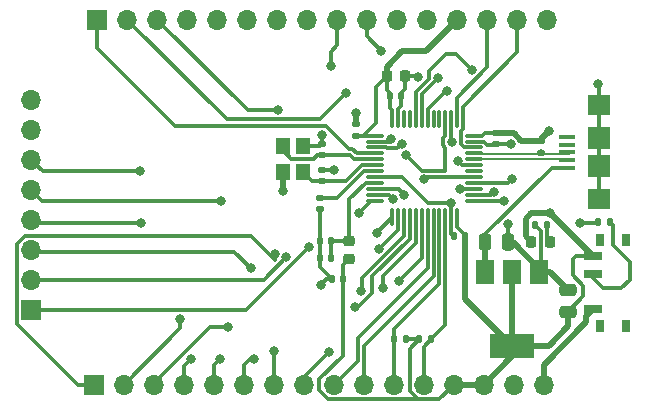
<source format=gtl>
G04 #@! TF.GenerationSoftware,KiCad,Pcbnew,(6.0.6)*
G04 #@! TF.CreationDate,2022-07-12T20:28:45+05:30*
G04 #@! TF.ProjectId,stm32_minimal_dev,73746d33-325f-46d6-996e-696d616c5f64,rev?*
G04 #@! TF.SameCoordinates,Original*
G04 #@! TF.FileFunction,Copper,L1,Top*
G04 #@! TF.FilePolarity,Positive*
%FSLAX46Y46*%
G04 Gerber Fmt 4.6, Leading zero omitted, Abs format (unit mm)*
G04 Created by KiCad (PCBNEW (6.0.6)) date 2022-07-12 20:28:45*
%MOMM*%
%LPD*%
G01*
G04 APERTURE LIST*
G04 Aperture macros list*
%AMRoundRect*
0 Rectangle with rounded corners*
0 $1 Rounding radius*
0 $2 $3 $4 $5 $6 $7 $8 $9 X,Y pos of 4 corners*
0 Add a 4 corners polygon primitive as box body*
4,1,4,$2,$3,$4,$5,$6,$7,$8,$9,$2,$3,0*
0 Add four circle primitives for the rounded corners*
1,1,$1+$1,$2,$3*
1,1,$1+$1,$4,$5*
1,1,$1+$1,$6,$7*
1,1,$1+$1,$8,$9*
0 Add four rect primitives between the rounded corners*
20,1,$1+$1,$2,$3,$4,$5,0*
20,1,$1+$1,$4,$5,$6,$7,0*
20,1,$1+$1,$6,$7,$8,$9,0*
20,1,$1+$1,$8,$9,$2,$3,0*%
G04 Aperture macros list end*
G04 #@! TA.AperFunction,ComponentPad*
%ADD10R,1.700000X1.700000*%
G04 #@! TD*
G04 #@! TA.AperFunction,ComponentPad*
%ADD11O,1.700000X1.700000*%
G04 #@! TD*
G04 #@! TA.AperFunction,SMDPad,CuDef*
%ADD12RoundRect,0.218750X0.218750X0.256250X-0.218750X0.256250X-0.218750X-0.256250X0.218750X-0.256250X0*%
G04 #@! TD*
G04 #@! TA.AperFunction,SMDPad,CuDef*
%ADD13RoundRect,0.250000X-0.250000X-0.475000X0.250000X-0.475000X0.250000X0.475000X-0.250000X0.475000X0*%
G04 #@! TD*
G04 #@! TA.AperFunction,SMDPad,CuDef*
%ADD14RoundRect,0.140000X-0.170000X0.140000X-0.170000X-0.140000X0.170000X-0.140000X0.170000X0.140000X0*%
G04 #@! TD*
G04 #@! TA.AperFunction,SMDPad,CuDef*
%ADD15R,1.350000X0.400000*%
G04 #@! TD*
G04 #@! TA.AperFunction,SMDPad,CuDef*
%ADD16R,1.900000X1.800000*%
G04 #@! TD*
G04 #@! TA.AperFunction,SMDPad,CuDef*
%ADD17R,1.900000X1.900000*%
G04 #@! TD*
G04 #@! TA.AperFunction,SMDPad,CuDef*
%ADD18RoundRect,0.218750X-0.256250X0.218750X-0.256250X-0.218750X0.256250X-0.218750X0.256250X0.218750X0*%
G04 #@! TD*
G04 #@! TA.AperFunction,SMDPad,CuDef*
%ADD19R,1.500000X2.000000*%
G04 #@! TD*
G04 #@! TA.AperFunction,SMDPad,CuDef*
%ADD20R,3.800000X2.000000*%
G04 #@! TD*
G04 #@! TA.AperFunction,SMDPad,CuDef*
%ADD21RoundRect,0.140000X0.140000X0.170000X-0.140000X0.170000X-0.140000X-0.170000X0.140000X-0.170000X0*%
G04 #@! TD*
G04 #@! TA.AperFunction,SMDPad,CuDef*
%ADD22RoundRect,0.250000X0.475000X-0.250000X0.475000X0.250000X-0.475000X0.250000X-0.475000X-0.250000X0*%
G04 #@! TD*
G04 #@! TA.AperFunction,SMDPad,CuDef*
%ADD23RoundRect,0.140000X-0.140000X-0.170000X0.140000X-0.170000X0.140000X0.170000X-0.140000X0.170000X0*%
G04 #@! TD*
G04 #@! TA.AperFunction,SMDPad,CuDef*
%ADD24RoundRect,0.075000X-0.662500X-0.075000X0.662500X-0.075000X0.662500X0.075000X-0.662500X0.075000X0*%
G04 #@! TD*
G04 #@! TA.AperFunction,SMDPad,CuDef*
%ADD25RoundRect,0.075000X-0.075000X-0.662500X0.075000X-0.662500X0.075000X0.662500X-0.075000X0.662500X0*%
G04 #@! TD*
G04 #@! TA.AperFunction,SMDPad,CuDef*
%ADD26R,0.800000X1.000000*%
G04 #@! TD*
G04 #@! TA.AperFunction,SMDPad,CuDef*
%ADD27R,1.500000X0.700000*%
G04 #@! TD*
G04 #@! TA.AperFunction,SMDPad,CuDef*
%ADD28R,1.200000X1.400000*%
G04 #@! TD*
G04 #@! TA.AperFunction,SMDPad,CuDef*
%ADD29RoundRect,0.135000X-0.185000X0.135000X-0.185000X-0.135000X0.185000X-0.135000X0.185000X0.135000X0*%
G04 #@! TD*
G04 #@! TA.AperFunction,SMDPad,CuDef*
%ADD30RoundRect,0.225000X-0.225000X-0.250000X0.225000X-0.250000X0.225000X0.250000X-0.225000X0.250000X0*%
G04 #@! TD*
G04 #@! TA.AperFunction,SMDPad,CuDef*
%ADD31RoundRect,0.135000X0.135000X0.185000X-0.135000X0.185000X-0.135000X-0.185000X0.135000X-0.185000X0*%
G04 #@! TD*
G04 #@! TA.AperFunction,SMDPad,CuDef*
%ADD32RoundRect,0.140000X0.170000X-0.140000X0.170000X0.140000X-0.170000X0.140000X-0.170000X-0.140000X0*%
G04 #@! TD*
G04 #@! TA.AperFunction,SMDPad,CuDef*
%ADD33RoundRect,0.135000X-0.135000X-0.185000X0.135000X-0.185000X0.135000X0.185000X-0.135000X0.185000X0*%
G04 #@! TD*
G04 #@! TA.AperFunction,ViaPad*
%ADD34C,0.800000*%
G04 #@! TD*
G04 #@! TA.AperFunction,Conductor*
%ADD35C,0.300000*%
G04 #@! TD*
G04 #@! TA.AperFunction,Conductor*
%ADD36C,0.500000*%
G04 #@! TD*
G04 #@! TA.AperFunction,Conductor*
%ADD37C,0.200000*%
G04 #@! TD*
G04 APERTURE END LIST*
D10*
X126568200Y-97952800D03*
D11*
X126568200Y-95412800D03*
X126568200Y-92872800D03*
X126568200Y-90332800D03*
X126568200Y-87792800D03*
X126568200Y-85252800D03*
X126568200Y-82712800D03*
X126568200Y-80172800D03*
D12*
X170484900Y-92176600D03*
X168909900Y-92176600D03*
D10*
X131851400Y-104267000D03*
D11*
X134391400Y-104267000D03*
X136931400Y-104267000D03*
X139471400Y-104267000D03*
X142011400Y-104267000D03*
X144551400Y-104267000D03*
X147091400Y-104267000D03*
X149631400Y-104267000D03*
X152171400Y-104267000D03*
X154711400Y-104267000D03*
X157251400Y-104267000D03*
X159791400Y-104267000D03*
X162331400Y-104267000D03*
X164871400Y-104267000D03*
X167411400Y-104267000D03*
X169951400Y-104267000D03*
D13*
X165013600Y-92176600D03*
X166913600Y-92176600D03*
D14*
X165938200Y-82959000D03*
X165938200Y-83919000D03*
D10*
X132156200Y-73355200D03*
D11*
X134696200Y-73355200D03*
X137236200Y-73355200D03*
X139776200Y-73355200D03*
X142316200Y-73355200D03*
X144856200Y-73355200D03*
X147396200Y-73355200D03*
X149936200Y-73355200D03*
X152476200Y-73355200D03*
X155016200Y-73355200D03*
X157556200Y-73355200D03*
X160096200Y-73355200D03*
X162636200Y-73355200D03*
X165176200Y-73355200D03*
X167716200Y-73355200D03*
X170256200Y-73355200D03*
D15*
X171950000Y-85882000D03*
X171950000Y-85232000D03*
X171950000Y-84582000D03*
X171950000Y-83932000D03*
X171950000Y-83282000D03*
D16*
X174625000Y-88582000D03*
D17*
X174625000Y-85782000D03*
X174625000Y-83382000D03*
D16*
X174625000Y-80582000D03*
D18*
X153467600Y-92068200D03*
X153467600Y-93643200D03*
D19*
X169584400Y-94690800D03*
X167284400Y-94690800D03*
D20*
X167284400Y-100990800D03*
D19*
X164984400Y-94690800D03*
D21*
X163294000Y-91694000D03*
X162334000Y-91694000D03*
D22*
X171983400Y-98105000D03*
X171983400Y-96205000D03*
D21*
X151947600Y-93548200D03*
X150987600Y-93548200D03*
D23*
X156898400Y-79806800D03*
X157858400Y-79806800D03*
D14*
X151206200Y-86057800D03*
X151206200Y-87017800D03*
D24*
X155705100Y-83178200D03*
X155705100Y-83678200D03*
X155705100Y-84178200D03*
X155705100Y-84678200D03*
X155705100Y-85178200D03*
X155705100Y-85678200D03*
X155705100Y-86178200D03*
X155705100Y-86678200D03*
X155705100Y-87178200D03*
X155705100Y-87678200D03*
X155705100Y-88178200D03*
X155705100Y-88678200D03*
D25*
X157117600Y-90090700D03*
X157617600Y-90090700D03*
X158117600Y-90090700D03*
X158617600Y-90090700D03*
X159117600Y-90090700D03*
X159617600Y-90090700D03*
X160117600Y-90090700D03*
X160617600Y-90090700D03*
X161117600Y-90090700D03*
X161617600Y-90090700D03*
X162117600Y-90090700D03*
X162617600Y-90090700D03*
D24*
X164030100Y-88678200D03*
X164030100Y-88178200D03*
X164030100Y-87678200D03*
X164030100Y-87178200D03*
X164030100Y-86678200D03*
X164030100Y-86178200D03*
X164030100Y-85678200D03*
X164030100Y-85178200D03*
X164030100Y-84678200D03*
X164030100Y-84178200D03*
X164030100Y-83678200D03*
X164030100Y-83178200D03*
D25*
X162617600Y-81765700D03*
X162117600Y-81765700D03*
X161617600Y-81765700D03*
X161117600Y-81765700D03*
X160617600Y-81765700D03*
X160117600Y-81765700D03*
X159617600Y-81765700D03*
X159117600Y-81765700D03*
X158617600Y-81765700D03*
X158117600Y-81765700D03*
X157617600Y-81765700D03*
X157117600Y-81765700D03*
D26*
X176944000Y-91981000D03*
X174734000Y-99281000D03*
X176944000Y-99281000D03*
X174734000Y-91981000D03*
D27*
X174084000Y-97881000D03*
X174084000Y-94881000D03*
X174084000Y-93381000D03*
D28*
X149542500Y-86266200D03*
X149542500Y-84066200D03*
X147842500Y-84066200D03*
X147842500Y-86266200D03*
D29*
X169748200Y-83589400D03*
X169748200Y-84609400D03*
D30*
X156654200Y-78155800D03*
X158204200Y-78155800D03*
D31*
X175541400Y-90474800D03*
X174521400Y-90474800D03*
X170207400Y-90754200D03*
X169187400Y-90754200D03*
D21*
X152947600Y-95318200D03*
X151987600Y-95318200D03*
D14*
X150977600Y-88470800D03*
X150977600Y-89430800D03*
D31*
X158294800Y-100431600D03*
X157274800Y-100431600D03*
D21*
X151940200Y-92125800D03*
X150980200Y-92125800D03*
D14*
X151206200Y-83873400D03*
X151206200Y-84833400D03*
D32*
X154051000Y-83182400D03*
X154051000Y-82222400D03*
D33*
X159408400Y-100431600D03*
X160428400Y-100431600D03*
D34*
X151053800Y-95808800D03*
X152222200Y-86055200D03*
X147878800Y-87858600D03*
X154051000Y-81229200D03*
X174574200Y-78790800D03*
X159276170Y-78224770D03*
X166903400Y-90678000D03*
X167157400Y-83921600D03*
X151206200Y-83108800D03*
X162116784Y-88903778D03*
X170434000Y-82804000D03*
X170441200Y-89738200D03*
X160959800Y-78308200D03*
X163884223Y-77625823D03*
X173024800Y-90551000D03*
X147447000Y-81026000D03*
X156999054Y-83490300D03*
X153212800Y-79578200D03*
X157926987Y-83861710D03*
X145161000Y-94386400D03*
X158154015Y-88173194D03*
X157226000Y-88544400D03*
X148161623Y-93475423D03*
X150063200Y-92633800D03*
X154330400Y-89687400D03*
X155829000Y-91389200D03*
X147201508Y-93197603D03*
X155986870Y-92766270D03*
X139192000Y-98702300D03*
X143259423Y-99393623D03*
X154498923Y-96358323D03*
X154001603Y-97676855D03*
X140055600Y-102057200D03*
X156365823Y-96091623D03*
X142544800Y-102082600D03*
X157712023Y-95482023D03*
X145389600Y-102082600D03*
X166594812Y-88693012D03*
X151739600Y-101472500D03*
X165760400Y-87943512D03*
X147138777Y-101393377D03*
X135813800Y-90576400D03*
X162840883Y-87674531D03*
X167259000Y-86868000D03*
X142595600Y-88696800D03*
X159800677Y-86888500D03*
X135763000Y-86207600D03*
X162701244Y-85357699D03*
X162179920Y-83693000D03*
X156210000Y-75971400D03*
X151942800Y-77254300D03*
X158307859Y-84785798D03*
X161794577Y-79403823D03*
D35*
X164984400Y-92205800D02*
X165013600Y-92176600D01*
X171950000Y-85882000D02*
X170607200Y-85882000D01*
X170607200Y-85882000D02*
X165013600Y-91475600D01*
D36*
X164984400Y-94690800D02*
X164984400Y-92205800D01*
D35*
X165013600Y-91475600D02*
X165013600Y-92176600D01*
D36*
X154051000Y-82222400D02*
X154051000Y-81229200D01*
D35*
X165910200Y-83947000D02*
X165938200Y-83919000D01*
X174625000Y-88582000D02*
X174625000Y-85782000D01*
X166913600Y-92176600D02*
X167070200Y-92176600D01*
X157858400Y-79606200D02*
X158204200Y-79260400D01*
X151206200Y-83873400D02*
X151206200Y-83108800D01*
X174625000Y-83382000D02*
X174625000Y-80582000D01*
D36*
X147842500Y-86266200D02*
X147842500Y-87822300D01*
D35*
X151206200Y-86057800D02*
X152219600Y-86057800D01*
X150980200Y-89433400D02*
X150977600Y-89430800D01*
X174625000Y-78841600D02*
X174574200Y-78790800D01*
X150980200Y-92125800D02*
X150980200Y-89433400D01*
X167154800Y-83919000D02*
X167157400Y-83921600D01*
X164882000Y-83678200D02*
X165150800Y-83947000D01*
X158204200Y-78155800D02*
X159207200Y-78155800D01*
X166913600Y-90688200D02*
X166903400Y-90678000D01*
X165150800Y-83947000D02*
X165910200Y-83947000D01*
D36*
X169584400Y-94451200D02*
X169584400Y-94690800D01*
D35*
X150980200Y-93540800D02*
X150987600Y-93548200D01*
X159207200Y-78155800D02*
X159276170Y-78224770D01*
D36*
X147842500Y-87822300D02*
X147878800Y-87858600D01*
X167309800Y-92176600D02*
X169584400Y-94451200D01*
D35*
X150987600Y-94318200D02*
X151987600Y-95318200D01*
X162117600Y-90090700D02*
X162117600Y-88904594D01*
X157858400Y-79806800D02*
X157858400Y-79606200D01*
X160150778Y-88903778D02*
X157925200Y-86678200D01*
D36*
X173558200Y-98406800D02*
X174084000Y-97881000D01*
D35*
X164030100Y-83678200D02*
X164882000Y-83678200D01*
X162117600Y-90090700D02*
X162117600Y-91477600D01*
D36*
X169584400Y-94690800D02*
X170469200Y-94690800D01*
X170469200Y-94690800D02*
X171983400Y-96205000D01*
D35*
X169697400Y-91264200D02*
X169187400Y-90754200D01*
D36*
X173558200Y-98956800D02*
X173558200Y-98406800D01*
D35*
X158204200Y-79260400D02*
X158204200Y-78155800D01*
X165938200Y-83919000D02*
X167154800Y-83919000D01*
X174625000Y-85782000D02*
X174625000Y-83382000D01*
X157858400Y-79806800D02*
X157858400Y-80686359D01*
X157858400Y-80686359D02*
X157617600Y-80927159D01*
X162117600Y-91477600D02*
X162334000Y-91694000D01*
X174625000Y-80582000D02*
X174625000Y-78841600D01*
X151013400Y-84066200D02*
X151206200Y-83873400D01*
X149542500Y-84066200D02*
X151013400Y-84066200D01*
X157925200Y-86678200D02*
X155705100Y-86678200D01*
X162116784Y-88903778D02*
X160150778Y-88903778D01*
D36*
X169951400Y-104267000D02*
X169951400Y-102563600D01*
D35*
X169584400Y-94690800D02*
X169697400Y-94577800D01*
X150980200Y-92125800D02*
X150980200Y-93540800D01*
X151544400Y-95318200D02*
X151053800Y-95808800D01*
D36*
X169951400Y-102563600D02*
X173558200Y-98956800D01*
X167070200Y-92176600D02*
X167309800Y-92176600D01*
D35*
X150987600Y-93548200D02*
X150987600Y-94318200D01*
X152219600Y-86057800D02*
X152222200Y-86055200D01*
X169697400Y-94577800D02*
X169697400Y-91264200D01*
X162117600Y-88904594D02*
X162116784Y-88903778D01*
X151987600Y-95318200D02*
X151544400Y-95318200D01*
X166913600Y-92176600D02*
X166913600Y-90688200D01*
X157617600Y-80927159D02*
X157617600Y-81765700D01*
D36*
X168427400Y-90220800D02*
X168427400Y-91694100D01*
X168910000Y-89738200D02*
X168427400Y-90220800D01*
D35*
X173304200Y-96784200D02*
X173304200Y-95901200D01*
X154688600Y-83182400D02*
X154051000Y-83182400D01*
D36*
X174084000Y-93381000D02*
X170441200Y-89738200D01*
D35*
X162617600Y-90913400D02*
X163294000Y-91589800D01*
X156898400Y-79806800D02*
X156898400Y-79530000D01*
X164973000Y-82956400D02*
X165935600Y-82956400D01*
D36*
X172034200Y-99314000D02*
X172034200Y-98155800D01*
D35*
X163294000Y-91589800D02*
X163294000Y-91694000D01*
X159408400Y-100431600D02*
X158294800Y-100431600D01*
D36*
X167284400Y-100990800D02*
X163294000Y-97000400D01*
D35*
X152947600Y-95318200D02*
X152947600Y-94163200D01*
X172034200Y-98155800D02*
X171983400Y-98105000D01*
X164030100Y-83178200D02*
X164751200Y-83178200D01*
X157117600Y-81019200D02*
X157117600Y-81765700D01*
D36*
X167414000Y-82959000D02*
X168044400Y-83589400D01*
X169748200Y-83489800D02*
X170434000Y-82804000D01*
X168427400Y-91694100D02*
X168909900Y-92176600D01*
D35*
X151718943Y-105511600D02*
X159842200Y-105511600D01*
D36*
X168044400Y-83589400D02*
X169748200Y-83589400D01*
X170357400Y-100990800D02*
X172034200Y-99314000D01*
X170441200Y-89738200D02*
X168910000Y-89738200D01*
D35*
X162617600Y-90090700D02*
X162617600Y-90913400D01*
X156898400Y-79806800D02*
X156898400Y-80800000D01*
X156654200Y-79285800D02*
X156654200Y-78155800D01*
X172415200Y-93649800D02*
X172684000Y-93381000D01*
D36*
X159969200Y-76022200D02*
X157988000Y-76022200D01*
D35*
X165935600Y-82956400D02*
X165938200Y-82959000D01*
X154055200Y-83178200D02*
X155705100Y-83178200D01*
D36*
X162636200Y-73355200D02*
X159969200Y-76022200D01*
D35*
X154051000Y-83182400D02*
X154055200Y-83178200D01*
X152947600Y-94163200D02*
X153467600Y-93643200D01*
X158591400Y-101248600D02*
X158591400Y-104764057D01*
X171983400Y-98105000D02*
X173304200Y-96784200D01*
X161086800Y-105511600D02*
X162331400Y-104267000D01*
D36*
X163294000Y-97000400D02*
X163294000Y-91694000D01*
D35*
X172684000Y-93381000D02*
X174084000Y-93381000D01*
D36*
X167284400Y-101854000D02*
X167284400Y-100990800D01*
X164871400Y-104267000D02*
X162331400Y-104267000D01*
D35*
X156898400Y-80800000D02*
X157117600Y-81019200D01*
X155727400Y-82143600D02*
X154688600Y-83182400D01*
X159338943Y-105511600D02*
X159842200Y-105511600D01*
D36*
X169748200Y-83589400D02*
X169748200Y-83489800D01*
D35*
X152947600Y-101793743D02*
X150926800Y-103814543D01*
X150926800Y-103814543D02*
X150926800Y-104719457D01*
D36*
X164871400Y-104267000D02*
X167284400Y-101854000D01*
D35*
X172415200Y-95012200D02*
X172415200Y-93649800D01*
X173304200Y-95901200D02*
X172415200Y-95012200D01*
D36*
X156654200Y-77356000D02*
X156654200Y-78155800D01*
D35*
X150926800Y-104719457D02*
X151718943Y-105511600D01*
D36*
X167284400Y-100990800D02*
X170357400Y-100990800D01*
D35*
X158591400Y-104764057D02*
X159338943Y-105511600D01*
X159842200Y-105511600D02*
X161086800Y-105511600D01*
X152947600Y-95318200D02*
X152947600Y-101793743D01*
D36*
X157988000Y-76022200D02*
X156654200Y-77356000D01*
D35*
X159408400Y-100431600D02*
X158591400Y-101248600D01*
X156898400Y-79530000D02*
X156654200Y-79285800D01*
D36*
X167284400Y-94690800D02*
X167284400Y-100990800D01*
D35*
X156654200Y-78155800D02*
X155727400Y-79082600D01*
X155727400Y-79082600D02*
X155727400Y-82143600D01*
X164751200Y-83178200D02*
X164973000Y-82956400D01*
D36*
X165938200Y-82959000D02*
X167414000Y-82959000D01*
D35*
X150468800Y-85116200D02*
X148592500Y-85116200D01*
X150751600Y-84833400D02*
X150468800Y-85116200D01*
X148592500Y-85116200D02*
X147842500Y-84366200D01*
X147842500Y-84366200D02*
X147842500Y-84066200D01*
X151206200Y-84833400D02*
X150751600Y-84833400D01*
X151206200Y-84833400D02*
X153565800Y-84833400D01*
X153565800Y-84833400D02*
X153910600Y-85178200D01*
X153910600Y-85178200D02*
X155705100Y-85178200D01*
X153220894Y-87017800D02*
X154560494Y-85678200D01*
X149542500Y-86266200D02*
X150294100Y-87017800D01*
X154560494Y-85678200D02*
X155705100Y-85678200D01*
X150294100Y-87017800D02*
X151206200Y-87017800D01*
X151206200Y-87017800D02*
X153220894Y-87017800D01*
X152475000Y-88470800D02*
X154767600Y-86178200D01*
X154767600Y-86178200D02*
X155705100Y-86178200D01*
X150977600Y-88470800D02*
X152475000Y-88470800D01*
X151947600Y-92133200D02*
X151940200Y-92125800D01*
X151947600Y-93548200D02*
X151947600Y-92133200D01*
X151997800Y-92068200D02*
X151940200Y-92125800D01*
X153467600Y-88577159D02*
X153467600Y-92068200D01*
X153467600Y-92068200D02*
X151997800Y-92068200D01*
X154866559Y-87178200D02*
X153467600Y-88577159D01*
X155705100Y-87178200D02*
X154866559Y-87178200D01*
X170207400Y-91899100D02*
X170484900Y-92176600D01*
X170207400Y-90754200D02*
X170207400Y-91899100D01*
X157274800Y-99570000D02*
X157274800Y-100431600D01*
X157274800Y-100431600D02*
X157251400Y-100455000D01*
X161117600Y-90090700D02*
X161117600Y-95727200D01*
X161117600Y-95727200D02*
X157274800Y-99570000D01*
X157251400Y-100455000D02*
X157251400Y-104267000D01*
X160428400Y-100431600D02*
X159791400Y-101068600D01*
X161617600Y-90090700D02*
X161617600Y-99242400D01*
X161617600Y-99242400D02*
X160428400Y-100431600D01*
X159791400Y-101068600D02*
X159791400Y-104267000D01*
X160959800Y-78308200D02*
X159617600Y-79650400D01*
X159617600Y-79650400D02*
X159617600Y-81765700D01*
X162929420Y-83916061D02*
X162929420Y-82792420D01*
X163117600Y-80722400D02*
X167716200Y-76123800D01*
X163117600Y-82604240D02*
X163117600Y-80722400D01*
X162929420Y-82792420D02*
X163117600Y-82604240D01*
X164030100Y-84178200D02*
X163191559Y-84178200D01*
X167716200Y-76123800D02*
X167716200Y-73355200D01*
X163191559Y-84178200D02*
X162929420Y-83916061D01*
X162617600Y-79952400D02*
X165176200Y-77393800D01*
X165176200Y-77393800D02*
X165176200Y-73355200D01*
X162617600Y-81765700D02*
X162617600Y-79952400D01*
D37*
X170113383Y-85179400D02*
X170139583Y-85153200D01*
X164055099Y-85153201D02*
X169356817Y-85153200D01*
X169383017Y-85179400D02*
X170113383Y-85179400D01*
X169356817Y-85153200D02*
X169383017Y-85179400D01*
X170139583Y-85153200D02*
X172059600Y-85153200D01*
X164030100Y-85178200D02*
X164055099Y-85153201D01*
X164030100Y-84678200D02*
X164055099Y-84703199D01*
D35*
X169699400Y-84505800D02*
X169672000Y-84533200D01*
D37*
X164055099Y-84703199D02*
X172059600Y-84703200D01*
D35*
X176530000Y-96088200D02*
X174955200Y-96088200D01*
X177241200Y-95377000D02*
X176530000Y-96088200D01*
X175541400Y-90474800D02*
X175818800Y-90752200D01*
X174084000Y-95217000D02*
X174084000Y-94881000D01*
X175818800Y-92455800D02*
X177241200Y-93878200D01*
X177241200Y-93878200D02*
X177241200Y-95377000D01*
X174955200Y-96088200D02*
X174084000Y-95217000D01*
X175818800Y-90752200D02*
X175818800Y-92455800D01*
X173024800Y-90551000D02*
X174445200Y-90551000D01*
X174445200Y-90551000D02*
X174521400Y-90474800D01*
X162560000Y-76301600D02*
X163884223Y-77625823D01*
X160209800Y-78351094D02*
X160209800Y-77737400D01*
X159117600Y-79443294D02*
X160209800Y-78351094D01*
X159117600Y-81765700D02*
X159117600Y-79443294D01*
X160209800Y-77737400D02*
X161645600Y-76301600D01*
X161645600Y-76301600D02*
X162560000Y-76301600D01*
X156811154Y-83678200D02*
X156999054Y-83490300D01*
X144907000Y-81026000D02*
X137236200Y-73355200D01*
X155705100Y-83678200D02*
X156811154Y-83678200D01*
X147447000Y-81026000D02*
X144907000Y-81026000D01*
X156626293Y-84178200D02*
X155705100Y-84178200D01*
X153212800Y-79578200D02*
X151015000Y-81776000D01*
X151015000Y-81776000D02*
X143117000Y-81776000D01*
X143117000Y-81776000D02*
X134696200Y-73355200D01*
X157548397Y-84240300D02*
X156688393Y-84240300D01*
X157926987Y-83861710D02*
X157548397Y-84240300D01*
X156688393Y-84240300D02*
X156626293Y-84178200D01*
X139496800Y-82372200D02*
X138734800Y-82372200D01*
X151956200Y-82798139D02*
X151516861Y-82358800D01*
X138734800Y-82372200D02*
X132156200Y-75793600D01*
X139510200Y-82358800D02*
X139496800Y-82372200D01*
X151516861Y-82358800D02*
X139510200Y-82358800D01*
X153441400Y-84302600D02*
X151956200Y-82817400D01*
X151956200Y-82817400D02*
X151956200Y-82798139D01*
X154117706Y-84678200D02*
X153742106Y-84302600D01*
X132156200Y-75793600D02*
X132156200Y-73355200D01*
X155705100Y-84678200D02*
X154117706Y-84678200D01*
X153742106Y-84302600D02*
X153441400Y-84302600D01*
X157659021Y-87678200D02*
X155705100Y-87678200D01*
X143764000Y-92989400D02*
X126684800Y-92989400D01*
X145161000Y-94386400D02*
X143764000Y-92989400D01*
X158154015Y-88173194D02*
X157659021Y-87678200D01*
X126684800Y-92989400D02*
X126568200Y-92872800D01*
X156554241Y-88188800D02*
X156543641Y-88178200D01*
X148161623Y-93475423D02*
X146224246Y-95412800D01*
X146224246Y-95412800D02*
X126568200Y-95412800D01*
X156543641Y-88178200D02*
X155705100Y-88178200D01*
X157226000Y-88544400D02*
X156870400Y-88188800D01*
X156870400Y-88188800D02*
X156554241Y-88188800D01*
X155705100Y-88678200D02*
X155339600Y-88678200D01*
X150063200Y-92633800D02*
X144744200Y-97952800D01*
X155339600Y-88678200D02*
X154330400Y-89687400D01*
X144744200Y-97952800D02*
X126568200Y-97952800D01*
X130482400Y-104267000D02*
X131851400Y-104267000D01*
X145145876Y-91672800D02*
X126071143Y-91672800D01*
X125368200Y-99152800D02*
X130482400Y-104267000D01*
X125368200Y-92375743D02*
X125368200Y-99152800D01*
X147201508Y-93728432D02*
X145145876Y-91672800D01*
X157117600Y-90100600D02*
X155829000Y-91389200D01*
X126071143Y-91672800D02*
X125368200Y-92375743D01*
X147201508Y-93197603D02*
X147201508Y-93728432D01*
X157117600Y-90090700D02*
X157117600Y-90100600D01*
X139192000Y-98702300D02*
X139192000Y-99466400D01*
X157617600Y-90090700D02*
X157617600Y-91135540D01*
X157617600Y-91135540D02*
X155986870Y-92766270D01*
X139192000Y-99466400D02*
X134391400Y-104267000D01*
X154584400Y-95228694D02*
X154584400Y-96266000D01*
X154584400Y-96272846D02*
X154498923Y-96358323D01*
X154584400Y-96266000D02*
X154584400Y-96272846D01*
X143259423Y-99393623D02*
X141658516Y-99393623D01*
X136931400Y-104120739D02*
X136931400Y-104267000D01*
X158117600Y-91695494D02*
X154584400Y-95228694D01*
X141658516Y-99393623D02*
X136931400Y-104120739D01*
X158117600Y-90090700D02*
X158117600Y-91695494D01*
X154240345Y-97676855D02*
X155422600Y-96494600D01*
X140055600Y-102057200D02*
X139471400Y-102641400D01*
X158617600Y-91902600D02*
X158617600Y-90090700D01*
X155422600Y-96494600D02*
X155422600Y-95097600D01*
X155422600Y-95097600D02*
X158617600Y-91902600D01*
X139471400Y-102641400D02*
X139471400Y-104267000D01*
X154001603Y-97676855D02*
X154240345Y-97676855D01*
X142544800Y-102082600D02*
X142011400Y-102616000D01*
X156365823Y-95043377D02*
X159117600Y-92291600D01*
X156365823Y-96091623D02*
X156365823Y-95043377D01*
X159117600Y-92291600D02*
X159117600Y-90090700D01*
X142011400Y-102616000D02*
X142011400Y-104267000D01*
X144551400Y-102590600D02*
X144551400Y-104267000D01*
X145389600Y-102082600D02*
X145059400Y-102082600D01*
X157712023Y-95482023D02*
X159617600Y-93576446D01*
X145059400Y-102082600D02*
X144551400Y-102590600D01*
X159617600Y-93576446D02*
X159617600Y-90090700D01*
X152171400Y-104267000D02*
X154211400Y-102227000D01*
X154211400Y-100296600D02*
X160117600Y-94390400D01*
X154211400Y-102227000D02*
X154211400Y-100296600D01*
X160117600Y-94390400D02*
X160117600Y-90090700D01*
X154711400Y-100965000D02*
X154711400Y-104267000D01*
X160617600Y-90090700D02*
X160617600Y-95058800D01*
X160617600Y-95058800D02*
X154711400Y-100965000D01*
X164044912Y-88693012D02*
X164030100Y-88678200D01*
X149631400Y-103580700D02*
X149631400Y-104267000D01*
X151739600Y-101472500D02*
X149631400Y-103580700D01*
X166594812Y-88693012D02*
X164044912Y-88693012D01*
X165760400Y-87943512D02*
X165525712Y-88178200D01*
X165525712Y-88178200D02*
X164030100Y-88178200D01*
X147091400Y-102819200D02*
X147091400Y-104267000D01*
X147138777Y-102771823D02*
X147091400Y-102819200D01*
X147138777Y-101393377D02*
X147138777Y-102771823D01*
X164030100Y-87678200D02*
X162844552Y-87678200D01*
X162844552Y-87678200D02*
X162840883Y-87674531D01*
X126811800Y-90576400D02*
X126568200Y-90332800D01*
X135813800Y-90576400D02*
X126811800Y-90576400D01*
X164030100Y-87178200D02*
X166948800Y-87178200D01*
X127472200Y-88696800D02*
X126568200Y-87792800D01*
X142595600Y-88696800D02*
X127472200Y-88696800D01*
X166948800Y-87178200D02*
X167259000Y-86868000D01*
X127523000Y-86207600D02*
X126568200Y-85252800D01*
X159800677Y-86888500D02*
X160010977Y-86678200D01*
X135763000Y-86207600D02*
X127523000Y-86207600D01*
X160010977Y-86678200D02*
X164030100Y-86678200D01*
X163021745Y-85678200D02*
X164030100Y-85678200D01*
X162701244Y-85357699D02*
X163021745Y-85678200D01*
X162179920Y-83693000D02*
X162117600Y-83630680D01*
X156210000Y-75971400D02*
X155016200Y-74777600D01*
X162117600Y-83630680D02*
X162117600Y-81765700D01*
X155016200Y-74777600D02*
X155016200Y-73355200D01*
X161617600Y-84191341D02*
X161429920Y-84003661D01*
X152476200Y-75539600D02*
X152476200Y-73355200D01*
X151942800Y-77254300D02*
X151942800Y-76073000D01*
X151942800Y-76073000D02*
X152476200Y-75539600D01*
X161429920Y-83382339D02*
X161617600Y-83194659D01*
X159660561Y-86138500D02*
X161617600Y-86138500D01*
X158307859Y-84785798D02*
X159660561Y-86138500D01*
X161617600Y-86138500D02*
X161617600Y-84191341D01*
X161429920Y-84003661D02*
X161429920Y-83382339D01*
X161617600Y-83194659D02*
X161617600Y-81765700D01*
X161640936Y-79403823D02*
X160117600Y-80927159D01*
X161794577Y-79403823D02*
X161640936Y-79403823D01*
X160117600Y-80927159D02*
X160117600Y-81765700D01*
M02*

</source>
